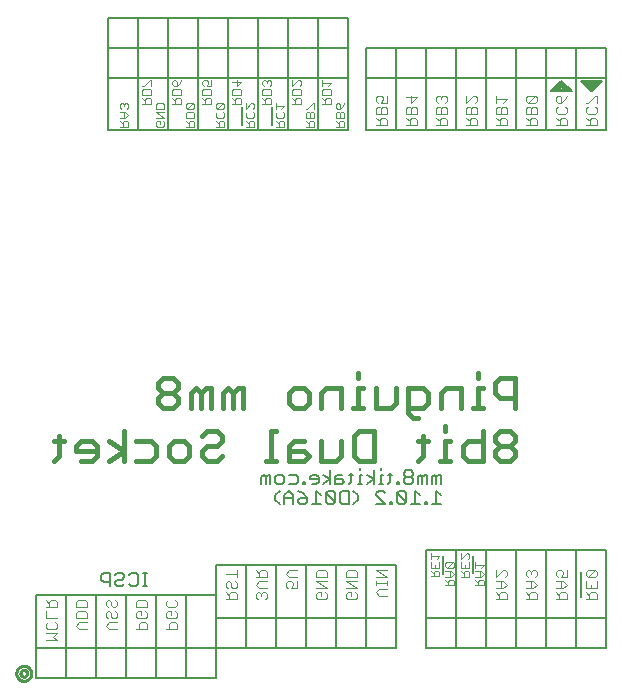
<source format=gbo>
G75*
%MOIN*%
%OFA0B0*%
%FSLAX25Y25*%
%IPPOS*%
%LPD*%
%AMOC8*
5,1,8,0,0,1.08239X$1,22.5*
%
%ADD10C,0.00600*%
%ADD11C,0.01000*%
%ADD12C,0.01400*%
%ADD13C,0.00400*%
%ADD14C,0.00300*%
%ADD15C,0.00500*%
%ADD16C,0.01800*%
D10*
X0091461Y0138333D02*
X0101461Y0138333D01*
X0101461Y0165833D01*
X0111461Y0165833D01*
X0111461Y0138333D01*
X0101461Y0138333D01*
X0111461Y0138333D02*
X0121461Y0138333D01*
X0121461Y0165833D01*
X0131461Y0165833D01*
X0131461Y0138333D01*
X0121461Y0138333D01*
X0131461Y0138333D02*
X0141461Y0138333D01*
X0141461Y0165833D01*
X0151461Y0165833D02*
X0151461Y0158333D01*
X0211461Y0158333D01*
X0211461Y0148333D01*
X0201461Y0148333D01*
X0201461Y0175833D01*
X0191461Y0175833D02*
X0211461Y0175833D01*
X0211461Y0158333D01*
X0221461Y0158333D02*
X0281461Y0158333D01*
X0281461Y0148333D01*
X0271461Y0148333D01*
X0271461Y0180833D01*
X0281461Y0180833D01*
X0281461Y0158333D01*
X0273111Y0165033D02*
X0273111Y0173633D01*
X0271461Y0180833D02*
X0261461Y0180833D01*
X0261461Y0148333D01*
X0271461Y0148333D01*
X0261461Y0148333D02*
X0251461Y0148333D01*
X0251461Y0180833D01*
X0261461Y0180833D01*
X0251461Y0180833D02*
X0241461Y0180833D01*
X0241461Y0148333D01*
X0251461Y0148333D01*
X0241461Y0148333D02*
X0231461Y0148333D01*
X0231461Y0180833D01*
X0241461Y0180833D01*
X0236911Y0178933D02*
X0236911Y0173033D01*
X0231461Y0180833D02*
X0221461Y0180833D01*
X0221461Y0158333D01*
X0221461Y0148333D01*
X0231461Y0148333D01*
X0226861Y0172983D02*
X0226861Y0178883D01*
X0191461Y0175833D02*
X0191461Y0148333D01*
X0181461Y0148333D01*
X0181461Y0175833D01*
X0191461Y0175833D01*
X0181461Y0175833D02*
X0171461Y0175833D01*
X0171461Y0148333D01*
X0161461Y0148333D01*
X0161461Y0175833D01*
X0171461Y0175833D01*
X0161461Y0175833D02*
X0151461Y0175833D01*
X0151461Y0165833D01*
X0131461Y0165833D01*
X0121461Y0165833D02*
X0111461Y0165833D01*
X0101461Y0165833D02*
X0091461Y0165833D01*
X0091461Y0148333D01*
X0151461Y0148333D01*
X0151461Y0138333D01*
X0141461Y0138333D01*
X0151461Y0148333D02*
X0161461Y0148333D01*
X0171461Y0148333D02*
X0181461Y0148333D01*
X0191461Y0148333D02*
X0201461Y0148333D01*
X0151461Y0148333D02*
X0151461Y0158333D01*
X0091461Y0148333D02*
X0091461Y0138333D01*
X0115461Y0320833D02*
X0185461Y0320833D01*
X0185461Y0348333D01*
X0115461Y0348333D01*
X0115461Y0338333D01*
X0195461Y0338333D01*
X0195461Y0348333D01*
X0185461Y0348333D01*
X0185461Y0358333D01*
X0115461Y0358333D01*
X0115461Y0348333D01*
X0115461Y0338333D02*
X0115461Y0320833D01*
X0125461Y0320833D02*
X0125461Y0358333D01*
X0135461Y0358333D02*
X0135461Y0320833D01*
X0145461Y0320833D02*
X0145461Y0358333D01*
X0155461Y0358333D02*
X0155461Y0320833D01*
X0159961Y0322633D02*
X0159961Y0328533D01*
X0165461Y0320833D02*
X0165461Y0358333D01*
X0175461Y0358333D02*
X0175461Y0320833D01*
X0169961Y0322633D02*
X0169961Y0328533D01*
X0185461Y0320833D02*
X0195461Y0320833D01*
X0195461Y0338333D01*
X0201461Y0338333D02*
X0281461Y0338333D01*
X0281461Y0320833D01*
X0261461Y0320833D01*
X0251461Y0320833D01*
X0251461Y0348333D01*
X0261461Y0348333D01*
X0261461Y0320833D01*
X0271461Y0320833D02*
X0271461Y0348333D01*
X0281461Y0348333D01*
X0281461Y0338333D01*
X0279961Y0337333D02*
X0276461Y0333833D01*
X0272961Y0337333D01*
X0279961Y0337333D01*
X0269961Y0333833D02*
X0266461Y0337333D01*
X0262961Y0333833D01*
X0269961Y0333833D01*
X0271461Y0348333D02*
X0261461Y0348333D01*
X0251461Y0348333D02*
X0241461Y0348333D01*
X0241461Y0320833D01*
X0231461Y0320833D01*
X0231461Y0348333D01*
X0241461Y0348333D01*
X0231461Y0348333D02*
X0221461Y0348333D01*
X0221461Y0320833D01*
X0211461Y0320833D01*
X0211461Y0348333D01*
X0221461Y0348333D01*
X0211461Y0348333D02*
X0201461Y0348333D01*
X0201461Y0338333D01*
X0201461Y0320833D01*
X0211461Y0320833D01*
X0221461Y0320833D02*
X0231461Y0320833D01*
X0241461Y0320833D02*
X0251461Y0320833D01*
X0195461Y0348333D02*
X0195461Y0358333D01*
X0185461Y0358333D01*
D11*
X0263961Y0334333D02*
X0266461Y0336833D01*
X0268961Y0334333D01*
X0264961Y0334333D01*
X0273961Y0336833D02*
X0277961Y0336833D01*
X0278961Y0336833D02*
X0276461Y0334333D01*
X0273961Y0336833D01*
X0086143Y0139733D02*
X0086145Y0139799D01*
X0086151Y0139865D01*
X0086161Y0139931D01*
X0086174Y0139996D01*
X0086192Y0140060D01*
X0086213Y0140122D01*
X0086238Y0140184D01*
X0086266Y0140244D01*
X0086298Y0140302D01*
X0086334Y0140358D01*
X0086372Y0140411D01*
X0086414Y0140463D01*
X0086459Y0140512D01*
X0086506Y0140558D01*
X0086557Y0140601D01*
X0086609Y0140641D01*
X0086664Y0140678D01*
X0086721Y0140712D01*
X0086780Y0140742D01*
X0086841Y0140769D01*
X0086903Y0140792D01*
X0086966Y0140811D01*
X0087031Y0140827D01*
X0087096Y0140839D01*
X0087162Y0140847D01*
X0087228Y0140851D01*
X0087294Y0140851D01*
X0087360Y0140847D01*
X0087426Y0140839D01*
X0087491Y0140827D01*
X0087556Y0140811D01*
X0087619Y0140792D01*
X0087681Y0140769D01*
X0087742Y0140742D01*
X0087801Y0140712D01*
X0087858Y0140678D01*
X0087913Y0140641D01*
X0087965Y0140601D01*
X0088016Y0140558D01*
X0088063Y0140512D01*
X0088108Y0140463D01*
X0088150Y0140411D01*
X0088188Y0140358D01*
X0088224Y0140302D01*
X0088256Y0140244D01*
X0088284Y0140184D01*
X0088309Y0140122D01*
X0088330Y0140060D01*
X0088348Y0139996D01*
X0088361Y0139931D01*
X0088371Y0139865D01*
X0088377Y0139799D01*
X0088379Y0139733D01*
X0088377Y0139667D01*
X0088371Y0139601D01*
X0088361Y0139535D01*
X0088348Y0139470D01*
X0088330Y0139406D01*
X0088309Y0139344D01*
X0088284Y0139282D01*
X0088256Y0139222D01*
X0088224Y0139164D01*
X0088188Y0139108D01*
X0088150Y0139055D01*
X0088108Y0139003D01*
X0088063Y0138954D01*
X0088016Y0138908D01*
X0087965Y0138865D01*
X0087913Y0138825D01*
X0087858Y0138788D01*
X0087801Y0138754D01*
X0087742Y0138724D01*
X0087681Y0138697D01*
X0087619Y0138674D01*
X0087556Y0138655D01*
X0087491Y0138639D01*
X0087426Y0138627D01*
X0087360Y0138619D01*
X0087294Y0138615D01*
X0087228Y0138615D01*
X0087162Y0138619D01*
X0087096Y0138627D01*
X0087031Y0138639D01*
X0086966Y0138655D01*
X0086903Y0138674D01*
X0086841Y0138697D01*
X0086780Y0138724D01*
X0086721Y0138754D01*
X0086664Y0138788D01*
X0086609Y0138825D01*
X0086557Y0138865D01*
X0086506Y0138908D01*
X0086459Y0138954D01*
X0086414Y0139003D01*
X0086372Y0139055D01*
X0086334Y0139108D01*
X0086298Y0139164D01*
X0086266Y0139222D01*
X0086238Y0139282D01*
X0086213Y0139344D01*
X0086192Y0139406D01*
X0086174Y0139470D01*
X0086161Y0139535D01*
X0086151Y0139601D01*
X0086145Y0139667D01*
X0086143Y0139733D01*
X0084761Y0139733D02*
X0084763Y0139832D01*
X0084769Y0139932D01*
X0084779Y0140031D01*
X0084793Y0140129D01*
X0084810Y0140227D01*
X0084832Y0140324D01*
X0084857Y0140420D01*
X0084886Y0140515D01*
X0084919Y0140609D01*
X0084956Y0140701D01*
X0084996Y0140792D01*
X0085040Y0140881D01*
X0085088Y0140969D01*
X0085139Y0141054D01*
X0085193Y0141137D01*
X0085250Y0141219D01*
X0085311Y0141297D01*
X0085375Y0141374D01*
X0085441Y0141447D01*
X0085511Y0141518D01*
X0085583Y0141586D01*
X0085658Y0141652D01*
X0085736Y0141714D01*
X0085816Y0141773D01*
X0085898Y0141829D01*
X0085982Y0141881D01*
X0086069Y0141930D01*
X0086157Y0141976D01*
X0086247Y0142018D01*
X0086339Y0142057D01*
X0086432Y0142092D01*
X0086526Y0142123D01*
X0086622Y0142150D01*
X0086719Y0142173D01*
X0086816Y0142193D01*
X0086914Y0142209D01*
X0087013Y0142221D01*
X0087112Y0142229D01*
X0087211Y0142233D01*
X0087311Y0142233D01*
X0087410Y0142229D01*
X0087509Y0142221D01*
X0087608Y0142209D01*
X0087706Y0142193D01*
X0087803Y0142173D01*
X0087900Y0142150D01*
X0087996Y0142123D01*
X0088090Y0142092D01*
X0088183Y0142057D01*
X0088275Y0142018D01*
X0088365Y0141976D01*
X0088453Y0141930D01*
X0088540Y0141881D01*
X0088624Y0141829D01*
X0088706Y0141773D01*
X0088786Y0141714D01*
X0088864Y0141652D01*
X0088939Y0141586D01*
X0089011Y0141518D01*
X0089081Y0141447D01*
X0089147Y0141374D01*
X0089211Y0141297D01*
X0089272Y0141219D01*
X0089329Y0141137D01*
X0089383Y0141054D01*
X0089434Y0140969D01*
X0089482Y0140881D01*
X0089526Y0140792D01*
X0089566Y0140701D01*
X0089603Y0140609D01*
X0089636Y0140515D01*
X0089665Y0140420D01*
X0089690Y0140324D01*
X0089712Y0140227D01*
X0089729Y0140129D01*
X0089743Y0140031D01*
X0089753Y0139932D01*
X0089759Y0139832D01*
X0089761Y0139733D01*
X0089759Y0139634D01*
X0089753Y0139534D01*
X0089743Y0139435D01*
X0089729Y0139337D01*
X0089712Y0139239D01*
X0089690Y0139142D01*
X0089665Y0139046D01*
X0089636Y0138951D01*
X0089603Y0138857D01*
X0089566Y0138765D01*
X0089526Y0138674D01*
X0089482Y0138585D01*
X0089434Y0138497D01*
X0089383Y0138412D01*
X0089329Y0138329D01*
X0089272Y0138247D01*
X0089211Y0138169D01*
X0089147Y0138092D01*
X0089081Y0138019D01*
X0089011Y0137948D01*
X0088939Y0137880D01*
X0088864Y0137814D01*
X0088786Y0137752D01*
X0088706Y0137693D01*
X0088624Y0137637D01*
X0088540Y0137585D01*
X0088453Y0137536D01*
X0088365Y0137490D01*
X0088275Y0137448D01*
X0088183Y0137409D01*
X0088090Y0137374D01*
X0087996Y0137343D01*
X0087900Y0137316D01*
X0087803Y0137293D01*
X0087706Y0137273D01*
X0087608Y0137257D01*
X0087509Y0137245D01*
X0087410Y0137237D01*
X0087311Y0137233D01*
X0087211Y0137233D01*
X0087112Y0137237D01*
X0087013Y0137245D01*
X0086914Y0137257D01*
X0086816Y0137273D01*
X0086719Y0137293D01*
X0086622Y0137316D01*
X0086526Y0137343D01*
X0086432Y0137374D01*
X0086339Y0137409D01*
X0086247Y0137448D01*
X0086157Y0137490D01*
X0086069Y0137536D01*
X0085982Y0137585D01*
X0085898Y0137637D01*
X0085816Y0137693D01*
X0085736Y0137752D01*
X0085658Y0137814D01*
X0085583Y0137880D01*
X0085511Y0137948D01*
X0085441Y0138019D01*
X0085375Y0138092D01*
X0085311Y0138169D01*
X0085250Y0138247D01*
X0085193Y0138329D01*
X0085139Y0138412D01*
X0085088Y0138497D01*
X0085040Y0138585D01*
X0084996Y0138674D01*
X0084956Y0138765D01*
X0084919Y0138857D01*
X0084886Y0138951D01*
X0084857Y0139046D01*
X0084832Y0139142D01*
X0084810Y0139239D01*
X0084793Y0139337D01*
X0084779Y0139435D01*
X0084769Y0139534D01*
X0084763Y0139634D01*
X0084761Y0139733D01*
D12*
X0264961Y0334333D02*
X0266461Y0335833D01*
X0267461Y0334833D01*
X0275461Y0336333D02*
X0276461Y0335333D01*
X0277961Y0336833D01*
D13*
X0277663Y0332302D02*
X0275261Y0329900D01*
X0274661Y0329900D01*
X0275261Y0328619D02*
X0274661Y0328018D01*
X0274661Y0326817D01*
X0275261Y0326216D01*
X0277663Y0326216D01*
X0278264Y0326817D01*
X0278264Y0328018D01*
X0277663Y0328619D01*
X0278264Y0329900D02*
X0278264Y0332302D01*
X0277663Y0332302D01*
X0277663Y0324935D02*
X0276462Y0324935D01*
X0275862Y0324335D01*
X0275862Y0322533D01*
X0275862Y0323734D02*
X0274661Y0324935D01*
X0274661Y0322533D02*
X0278264Y0322533D01*
X0278264Y0324335D01*
X0277663Y0324935D01*
X0268264Y0324335D02*
X0268264Y0322533D01*
X0264661Y0322533D01*
X0265862Y0322533D02*
X0265862Y0324335D01*
X0266462Y0324935D01*
X0267663Y0324935D01*
X0268264Y0324335D01*
X0267663Y0326216D02*
X0265261Y0326216D01*
X0264661Y0326817D01*
X0264661Y0328018D01*
X0265261Y0328619D01*
X0265261Y0329900D02*
X0264661Y0330500D01*
X0264661Y0331701D01*
X0265261Y0332302D01*
X0265862Y0332302D01*
X0266462Y0331701D01*
X0266462Y0329900D01*
X0265261Y0329900D01*
X0266462Y0329900D02*
X0267663Y0331101D01*
X0268264Y0332302D01*
X0267663Y0328619D02*
X0268264Y0328018D01*
X0268264Y0326817D01*
X0267663Y0326216D01*
X0265862Y0323734D02*
X0264661Y0324935D01*
X0258264Y0324335D02*
X0258264Y0322533D01*
X0254661Y0322533D01*
X0255862Y0322533D02*
X0255862Y0324335D01*
X0256462Y0324935D01*
X0257663Y0324935D01*
X0258264Y0324335D01*
X0258264Y0326216D02*
X0258264Y0328018D01*
X0257663Y0328619D01*
X0257063Y0328619D01*
X0256462Y0328018D01*
X0256462Y0326216D01*
X0254661Y0326216D02*
X0258264Y0326216D01*
X0256462Y0328018D02*
X0255862Y0328619D01*
X0255261Y0328619D01*
X0254661Y0328018D01*
X0254661Y0326216D01*
X0254661Y0324935D02*
X0255862Y0323734D01*
X0255261Y0329900D02*
X0257663Y0332302D01*
X0255261Y0332302D01*
X0254661Y0331701D01*
X0254661Y0330500D01*
X0255261Y0329900D01*
X0257663Y0329900D01*
X0258264Y0330500D01*
X0258264Y0331701D01*
X0257663Y0332302D01*
X0248264Y0331101D02*
X0247063Y0329900D01*
X0247063Y0328619D02*
X0246462Y0328018D01*
X0246462Y0326216D01*
X0246462Y0324935D02*
X0245862Y0324335D01*
X0245862Y0322533D01*
X0245862Y0323734D02*
X0244661Y0324935D01*
X0244661Y0326216D02*
X0244661Y0328018D01*
X0245261Y0328619D01*
X0245862Y0328619D01*
X0246462Y0328018D01*
X0247063Y0328619D02*
X0247663Y0328619D01*
X0248264Y0328018D01*
X0248264Y0326216D01*
X0244661Y0326216D01*
X0246462Y0324935D02*
X0247663Y0324935D01*
X0248264Y0324335D01*
X0248264Y0322533D01*
X0244661Y0322533D01*
X0238264Y0322533D02*
X0238264Y0324335D01*
X0237663Y0324935D01*
X0236462Y0324935D01*
X0235862Y0324335D01*
X0235862Y0322533D01*
X0235862Y0323734D02*
X0234661Y0324935D01*
X0234661Y0326216D02*
X0234661Y0328018D01*
X0235261Y0328619D01*
X0235862Y0328619D01*
X0236462Y0328018D01*
X0236462Y0326216D01*
X0234661Y0326216D02*
X0238264Y0326216D01*
X0238264Y0328018D01*
X0237663Y0328619D01*
X0237063Y0328619D01*
X0236462Y0328018D01*
X0237663Y0329900D02*
X0238264Y0330500D01*
X0238264Y0331701D01*
X0237663Y0332302D01*
X0237063Y0332302D01*
X0234661Y0329900D01*
X0234661Y0332302D01*
X0228264Y0331701D02*
X0228264Y0330500D01*
X0227663Y0329900D01*
X0227663Y0328619D02*
X0227063Y0328619D01*
X0226462Y0328018D01*
X0226462Y0326216D01*
X0226462Y0324935D02*
X0225862Y0324335D01*
X0225862Y0322533D01*
X0225862Y0323734D02*
X0224661Y0324935D01*
X0224661Y0326216D02*
X0224661Y0328018D01*
X0225261Y0328619D01*
X0225862Y0328619D01*
X0226462Y0328018D01*
X0227663Y0328619D02*
X0228264Y0328018D01*
X0228264Y0326216D01*
X0224661Y0326216D01*
X0226462Y0324935D02*
X0227663Y0324935D01*
X0228264Y0324335D01*
X0228264Y0322533D01*
X0224661Y0322533D01*
X0218264Y0322533D02*
X0218264Y0324335D01*
X0217663Y0324935D01*
X0216462Y0324935D01*
X0215862Y0324335D01*
X0215862Y0322533D01*
X0215862Y0323734D02*
X0214661Y0324935D01*
X0214661Y0326216D02*
X0214661Y0328018D01*
X0215261Y0328619D01*
X0215862Y0328619D01*
X0216462Y0328018D01*
X0216462Y0326216D01*
X0214661Y0326216D02*
X0218264Y0326216D01*
X0218264Y0328018D01*
X0217663Y0328619D01*
X0217063Y0328619D01*
X0216462Y0328018D01*
X0216462Y0329900D02*
X0216462Y0332302D01*
X0214661Y0331701D02*
X0218264Y0331701D01*
X0216462Y0329900D01*
X0214661Y0322533D02*
X0218264Y0322533D01*
X0208264Y0322533D02*
X0208264Y0324335D01*
X0207663Y0324935D01*
X0206462Y0324935D01*
X0205862Y0324335D01*
X0205862Y0322533D01*
X0205862Y0323734D02*
X0204661Y0324935D01*
X0204661Y0326216D02*
X0204661Y0328018D01*
X0205261Y0328619D01*
X0205862Y0328619D01*
X0206462Y0328018D01*
X0206462Y0326216D01*
X0204661Y0326216D02*
X0208264Y0326216D01*
X0208264Y0328018D01*
X0207663Y0328619D01*
X0207063Y0328619D01*
X0206462Y0328018D01*
X0206462Y0329900D02*
X0207063Y0331101D01*
X0207063Y0331701D01*
X0206462Y0332302D01*
X0205261Y0332302D01*
X0204661Y0331701D01*
X0204661Y0330500D01*
X0205261Y0329900D01*
X0206462Y0329900D02*
X0208264Y0329900D01*
X0208264Y0332302D01*
X0208264Y0322533D02*
X0204661Y0322533D01*
X0224661Y0330500D02*
X0225261Y0329900D01*
X0224661Y0330500D02*
X0224661Y0331701D01*
X0225261Y0332302D01*
X0225862Y0332302D01*
X0226462Y0331701D01*
X0226462Y0331101D01*
X0226462Y0331701D02*
X0227063Y0332302D01*
X0227663Y0332302D01*
X0228264Y0331701D01*
X0234661Y0322533D02*
X0238264Y0322533D01*
X0244661Y0329900D02*
X0244661Y0332302D01*
X0244661Y0331101D02*
X0248264Y0331101D01*
X0247563Y0174152D02*
X0248164Y0173552D01*
X0248164Y0172351D01*
X0247563Y0171750D01*
X0246963Y0170469D02*
X0244561Y0170469D01*
X0244561Y0171750D02*
X0246963Y0174152D01*
X0247563Y0174152D01*
X0244561Y0174152D02*
X0244561Y0171750D01*
X0246362Y0170469D02*
X0246362Y0168067D01*
X0246963Y0168067D02*
X0244561Y0168067D01*
X0244561Y0166786D02*
X0245762Y0165585D01*
X0245762Y0166185D02*
X0245762Y0164384D01*
X0244561Y0164384D02*
X0248164Y0164384D01*
X0248164Y0166185D01*
X0247563Y0166786D01*
X0246362Y0166786D01*
X0245762Y0166185D01*
X0246963Y0168067D02*
X0248164Y0169268D01*
X0246963Y0170469D01*
X0254561Y0170469D02*
X0256963Y0170469D01*
X0258164Y0169268D01*
X0256963Y0168067D01*
X0254561Y0168067D01*
X0254561Y0166786D02*
X0255762Y0165585D01*
X0255762Y0166185D02*
X0255762Y0164384D01*
X0254561Y0164384D02*
X0258164Y0164384D01*
X0258164Y0166185D01*
X0257563Y0166786D01*
X0256362Y0166786D01*
X0255762Y0166185D01*
X0256362Y0168067D02*
X0256362Y0170469D01*
X0255161Y0171750D02*
X0254561Y0172351D01*
X0254561Y0173552D01*
X0255161Y0174152D01*
X0255762Y0174152D01*
X0256362Y0173552D01*
X0256362Y0172951D01*
X0256362Y0173552D02*
X0256963Y0174152D01*
X0257563Y0174152D01*
X0258164Y0173552D01*
X0258164Y0172351D01*
X0257563Y0171750D01*
X0264561Y0172351D02*
X0265161Y0171750D01*
X0264561Y0172351D02*
X0264561Y0173552D01*
X0265161Y0174152D01*
X0266362Y0174152D01*
X0266963Y0173552D01*
X0266963Y0172951D01*
X0266362Y0171750D01*
X0268164Y0171750D01*
X0268164Y0174152D01*
X0266963Y0170469D02*
X0264561Y0170469D01*
X0266362Y0170469D02*
X0266362Y0168067D01*
X0266963Y0168067D02*
X0268164Y0169268D01*
X0266963Y0170469D01*
X0266963Y0168067D02*
X0264561Y0168067D01*
X0264561Y0166786D02*
X0265762Y0165585D01*
X0265762Y0166185D02*
X0265762Y0164384D01*
X0264561Y0164384D02*
X0268164Y0164384D01*
X0268164Y0166185D01*
X0267563Y0166786D01*
X0266362Y0166786D01*
X0265762Y0166185D01*
X0274561Y0166786D02*
X0275762Y0165585D01*
X0275762Y0166185D02*
X0275762Y0164384D01*
X0274561Y0164384D02*
X0278164Y0164384D01*
X0278164Y0166185D01*
X0277563Y0166786D01*
X0276362Y0166786D01*
X0275762Y0166185D01*
X0276362Y0168067D02*
X0276362Y0169268D01*
X0274561Y0168067D02*
X0274561Y0170469D01*
X0275161Y0171750D02*
X0277563Y0174152D01*
X0275161Y0174152D01*
X0274561Y0173552D01*
X0274561Y0172351D01*
X0275161Y0171750D01*
X0277563Y0171750D01*
X0278164Y0172351D01*
X0278164Y0173552D01*
X0277563Y0174152D01*
X0278164Y0170469D02*
X0278164Y0168067D01*
X0274561Y0168067D01*
X0208164Y0168014D02*
X0205762Y0168014D01*
X0204561Y0166813D01*
X0205762Y0165612D01*
X0208164Y0165612D01*
X0208164Y0169295D02*
X0208164Y0170496D01*
X0208164Y0169895D02*
X0204561Y0169895D01*
X0204561Y0169295D02*
X0204561Y0170496D01*
X0204561Y0171750D02*
X0208164Y0171750D01*
X0204561Y0174152D01*
X0208164Y0174152D01*
X0198164Y0173552D02*
X0198164Y0171750D01*
X0194561Y0171750D01*
X0194561Y0173552D01*
X0195161Y0174152D01*
X0197563Y0174152D01*
X0198164Y0173552D01*
X0198164Y0170469D02*
X0194561Y0170469D01*
X0198164Y0168067D01*
X0194561Y0168067D01*
X0195161Y0166786D02*
X0196362Y0166786D01*
X0196362Y0165585D01*
X0195161Y0166786D02*
X0194561Y0166185D01*
X0194561Y0164984D01*
X0195161Y0164384D01*
X0197563Y0164384D01*
X0198164Y0164984D01*
X0198164Y0166185D01*
X0197563Y0166786D01*
X0188164Y0166185D02*
X0188164Y0164984D01*
X0187563Y0164384D01*
X0185161Y0164384D01*
X0184561Y0164984D01*
X0184561Y0166185D01*
X0185161Y0166786D01*
X0186362Y0166786D01*
X0186362Y0165585D01*
X0187563Y0166786D02*
X0188164Y0166185D01*
X0188164Y0168067D02*
X0184561Y0170469D01*
X0188164Y0170469D01*
X0188164Y0171750D02*
X0188164Y0173552D01*
X0187563Y0174152D01*
X0185161Y0174152D01*
X0184561Y0173552D01*
X0184561Y0171750D01*
X0188164Y0171750D01*
X0188164Y0168067D02*
X0184561Y0168067D01*
X0178164Y0168067D02*
X0176362Y0168067D01*
X0176963Y0169268D01*
X0176963Y0169869D01*
X0176362Y0170469D01*
X0175161Y0170469D01*
X0174561Y0169869D01*
X0174561Y0168668D01*
X0175161Y0168067D01*
X0178164Y0168067D02*
X0178164Y0170469D01*
X0178164Y0171750D02*
X0175762Y0171750D01*
X0174561Y0172951D01*
X0175762Y0174152D01*
X0178164Y0174152D01*
X0168164Y0173552D02*
X0168164Y0171750D01*
X0164561Y0171750D01*
X0165762Y0171750D02*
X0165762Y0173552D01*
X0166362Y0174152D01*
X0167563Y0174152D01*
X0168164Y0173552D01*
X0165762Y0172951D02*
X0164561Y0174152D01*
X0165762Y0170469D02*
X0168164Y0170469D01*
X0168164Y0168067D02*
X0165762Y0168067D01*
X0164561Y0169268D01*
X0165762Y0170469D01*
X0165762Y0166786D02*
X0165161Y0166786D01*
X0164561Y0166185D01*
X0164561Y0164984D01*
X0165161Y0164384D01*
X0166362Y0165585D02*
X0166362Y0166185D01*
X0165762Y0166786D01*
X0166362Y0166185D02*
X0166963Y0166786D01*
X0167563Y0166786D01*
X0168164Y0166185D01*
X0168164Y0164984D01*
X0167563Y0164384D01*
X0158164Y0164384D02*
X0158164Y0166185D01*
X0157563Y0166786D01*
X0156362Y0166786D01*
X0155762Y0166185D01*
X0155762Y0164384D01*
X0155762Y0165585D02*
X0154561Y0166786D01*
X0155161Y0168067D02*
X0154561Y0168668D01*
X0154561Y0169869D01*
X0155161Y0170469D01*
X0155762Y0170469D01*
X0156362Y0169869D01*
X0156362Y0168668D01*
X0156963Y0168067D01*
X0157563Y0168067D01*
X0158164Y0168668D01*
X0158164Y0169869D01*
X0157563Y0170469D01*
X0158164Y0171750D02*
X0158164Y0174152D01*
X0158164Y0172951D02*
X0154561Y0172951D01*
X0154561Y0164384D02*
X0158164Y0164384D01*
X0138164Y0163552D02*
X0138164Y0162351D01*
X0137563Y0161750D01*
X0135161Y0161750D01*
X0134561Y0162351D01*
X0134561Y0163552D01*
X0135161Y0164152D01*
X0137563Y0164152D02*
X0138164Y0163552D01*
X0137563Y0160469D02*
X0138164Y0159869D01*
X0138164Y0158668D01*
X0137563Y0158067D01*
X0135161Y0158067D01*
X0134561Y0158668D01*
X0134561Y0159869D01*
X0135161Y0160469D01*
X0136362Y0160469D01*
X0136362Y0159268D01*
X0136362Y0156786D02*
X0135762Y0156185D01*
X0135762Y0154384D01*
X0134561Y0154384D02*
X0138164Y0154384D01*
X0138164Y0156185D01*
X0137563Y0156786D01*
X0136362Y0156786D01*
X0128164Y0156185D02*
X0127563Y0156786D01*
X0126362Y0156786D01*
X0125762Y0156185D01*
X0125762Y0154384D01*
X0124561Y0154384D02*
X0128164Y0154384D01*
X0128164Y0156185D01*
X0127563Y0158067D02*
X0125161Y0158067D01*
X0124561Y0158668D01*
X0124561Y0159869D01*
X0125161Y0160469D01*
X0126362Y0160469D01*
X0126362Y0159268D01*
X0127563Y0158067D02*
X0128164Y0158668D01*
X0128164Y0159869D01*
X0127563Y0160469D01*
X0128164Y0161750D02*
X0124561Y0161750D01*
X0124561Y0163552D01*
X0125161Y0164152D01*
X0127563Y0164152D01*
X0128164Y0163552D01*
X0128164Y0161750D01*
X0118164Y0162351D02*
X0117563Y0161750D01*
X0116963Y0161750D01*
X0116362Y0162351D01*
X0116362Y0163552D01*
X0115762Y0164152D01*
X0115161Y0164152D01*
X0114561Y0163552D01*
X0114561Y0162351D01*
X0115161Y0161750D01*
X0115161Y0160469D02*
X0114561Y0159869D01*
X0114561Y0158668D01*
X0115161Y0158067D01*
X0116362Y0158668D02*
X0116362Y0159869D01*
X0115762Y0160469D01*
X0115161Y0160469D01*
X0116362Y0158668D02*
X0116963Y0158067D01*
X0117563Y0158067D01*
X0118164Y0158668D01*
X0118164Y0159869D01*
X0117563Y0160469D01*
X0118164Y0162351D02*
X0118164Y0163552D01*
X0117563Y0164152D01*
X0118164Y0156786D02*
X0115762Y0156786D01*
X0114561Y0155585D01*
X0115762Y0154384D01*
X0118164Y0154384D01*
X0108164Y0154384D02*
X0105762Y0154384D01*
X0104561Y0155585D01*
X0105762Y0156786D01*
X0108164Y0156786D01*
X0108164Y0158067D02*
X0104561Y0158067D01*
X0104561Y0159869D01*
X0105161Y0160469D01*
X0107563Y0160469D01*
X0108164Y0159869D01*
X0108164Y0158067D01*
X0108164Y0161750D02*
X0104561Y0161750D01*
X0104561Y0163552D01*
X0105161Y0164152D01*
X0107563Y0164152D01*
X0108164Y0163552D01*
X0108164Y0161750D01*
X0098164Y0161750D02*
X0098164Y0163552D01*
X0097563Y0164152D01*
X0096362Y0164152D01*
X0095762Y0163552D01*
X0095762Y0161750D01*
X0095762Y0162951D02*
X0094561Y0164152D01*
X0094561Y0161750D02*
X0098164Y0161750D01*
X0098164Y0158067D02*
X0094561Y0158067D01*
X0094561Y0160469D01*
X0095161Y0156786D02*
X0094561Y0156185D01*
X0094561Y0154984D01*
X0095161Y0154384D01*
X0097563Y0154384D01*
X0098164Y0154984D01*
X0098164Y0156185D01*
X0097563Y0156786D01*
X0098164Y0153103D02*
X0094561Y0153103D01*
X0094561Y0150701D02*
X0098164Y0150701D01*
X0096963Y0151902D01*
X0098164Y0153103D01*
D14*
X0222911Y0172044D02*
X0225813Y0172044D01*
X0225813Y0173495D01*
X0225329Y0173979D01*
X0224362Y0173979D01*
X0223878Y0173495D01*
X0223878Y0172044D01*
X0223878Y0173011D02*
X0222911Y0173979D01*
X0222911Y0174990D02*
X0222911Y0176925D01*
X0222911Y0177937D02*
X0222911Y0179872D01*
X0222911Y0178904D02*
X0225813Y0178904D01*
X0224846Y0177937D01*
X0225813Y0176925D02*
X0225813Y0174990D01*
X0222911Y0174990D01*
X0224362Y0174990D02*
X0224362Y0175958D01*
X0227811Y0176388D02*
X0227811Y0175421D01*
X0228294Y0174937D01*
X0230229Y0176872D01*
X0228294Y0176872D01*
X0227811Y0176388D01*
X0228294Y0174937D02*
X0230229Y0174937D01*
X0230713Y0175421D01*
X0230713Y0176388D01*
X0230229Y0176872D01*
X0232911Y0176825D02*
X0232911Y0174890D01*
X0235813Y0174890D01*
X0235813Y0176825D01*
X0235329Y0177837D02*
X0235813Y0178321D01*
X0235813Y0179288D01*
X0235329Y0179772D01*
X0234846Y0179772D01*
X0232911Y0177837D01*
X0232911Y0179772D01*
X0234362Y0175858D02*
X0234362Y0174890D01*
X0234362Y0173879D02*
X0233878Y0173395D01*
X0233878Y0171944D01*
X0233878Y0172911D02*
X0232911Y0173879D01*
X0234362Y0173879D02*
X0235329Y0173879D01*
X0235813Y0173395D01*
X0235813Y0171944D01*
X0232911Y0171944D01*
X0230713Y0172958D02*
X0229746Y0171990D01*
X0227811Y0171990D01*
X0227811Y0170979D02*
X0228778Y0170011D01*
X0228778Y0170495D02*
X0228778Y0169044D01*
X0227811Y0169044D02*
X0230713Y0169044D01*
X0230713Y0170495D01*
X0230229Y0170979D01*
X0229262Y0170979D01*
X0228778Y0170495D01*
X0229262Y0171990D02*
X0229262Y0173925D01*
X0229746Y0173925D02*
X0227811Y0173925D01*
X0229746Y0173925D02*
X0230713Y0172958D01*
X0237811Y0173925D02*
X0239746Y0173925D01*
X0240713Y0172958D01*
X0239746Y0171990D01*
X0237811Y0171990D01*
X0237811Y0170979D02*
X0238778Y0170011D01*
X0238778Y0170495D02*
X0238778Y0169044D01*
X0237811Y0169044D02*
X0240713Y0169044D01*
X0240713Y0170495D01*
X0240229Y0170979D01*
X0239262Y0170979D01*
X0238778Y0170495D01*
X0239262Y0171990D02*
X0239262Y0173925D01*
X0239746Y0174937D02*
X0240713Y0175904D01*
X0237811Y0175904D01*
X0237811Y0174937D02*
X0237811Y0176872D01*
X0194113Y0321983D02*
X0191211Y0321983D01*
X0192178Y0321983D02*
X0192178Y0323435D01*
X0192662Y0323918D01*
X0193629Y0323918D01*
X0194113Y0323435D01*
X0194113Y0321983D01*
X0192178Y0322951D02*
X0191211Y0323918D01*
X0191211Y0324930D02*
X0191211Y0326381D01*
X0191694Y0326865D01*
X0192178Y0326865D01*
X0192662Y0326381D01*
X0192662Y0324930D01*
X0192662Y0326381D02*
X0193146Y0326865D01*
X0193629Y0326865D01*
X0194113Y0326381D01*
X0194113Y0324930D01*
X0191211Y0324930D01*
X0191694Y0327876D02*
X0191211Y0328360D01*
X0191211Y0329328D01*
X0191694Y0329811D01*
X0192178Y0329811D01*
X0192662Y0329328D01*
X0192662Y0327876D01*
X0191694Y0327876D01*
X0192662Y0327876D02*
X0193629Y0328844D01*
X0194113Y0329811D01*
X0189713Y0329644D02*
X0189713Y0331095D01*
X0189229Y0331579D01*
X0188262Y0331579D01*
X0187778Y0331095D01*
X0187778Y0329644D01*
X0187778Y0330611D02*
X0186811Y0331579D01*
X0186811Y0332590D02*
X0186811Y0334042D01*
X0187294Y0334525D01*
X0189229Y0334525D01*
X0189713Y0334042D01*
X0189713Y0332590D01*
X0186811Y0332590D01*
X0186811Y0329644D02*
X0189713Y0329644D01*
X0184113Y0329811D02*
X0183629Y0329811D01*
X0181694Y0327876D01*
X0181211Y0327876D01*
X0181694Y0326865D02*
X0181211Y0326381D01*
X0181211Y0324930D01*
X0184113Y0324930D01*
X0184113Y0326381D01*
X0183629Y0326865D01*
X0183146Y0326865D01*
X0182662Y0326381D01*
X0182662Y0324930D01*
X0182662Y0323918D02*
X0182178Y0323435D01*
X0182178Y0321983D01*
X0181211Y0321983D02*
X0184113Y0321983D01*
X0184113Y0323435D01*
X0183629Y0323918D01*
X0182662Y0323918D01*
X0182178Y0322951D02*
X0181211Y0323918D01*
X0182662Y0326381D02*
X0182178Y0326865D01*
X0181694Y0326865D01*
X0184113Y0327876D02*
X0184113Y0329811D01*
X0179713Y0329644D02*
X0179713Y0331095D01*
X0179229Y0331579D01*
X0178262Y0331579D01*
X0177778Y0331095D01*
X0177778Y0329644D01*
X0177778Y0330611D02*
X0176811Y0331579D01*
X0176811Y0332590D02*
X0176811Y0334042D01*
X0177294Y0334525D01*
X0179229Y0334525D01*
X0179713Y0334042D01*
X0179713Y0332590D01*
X0176811Y0332590D01*
X0176811Y0329644D02*
X0179713Y0329644D01*
X0174113Y0328844D02*
X0171211Y0328844D01*
X0171211Y0329811D02*
X0171211Y0327876D01*
X0171694Y0326865D02*
X0171211Y0326381D01*
X0171211Y0325414D01*
X0171694Y0324930D01*
X0173629Y0324930D01*
X0174113Y0325414D01*
X0174113Y0326381D01*
X0173629Y0326865D01*
X0173146Y0327876D02*
X0174113Y0328844D01*
X0169713Y0329644D02*
X0169713Y0331095D01*
X0169229Y0331579D01*
X0168262Y0331579D01*
X0167778Y0331095D01*
X0167778Y0329644D01*
X0167778Y0330611D02*
X0166811Y0331579D01*
X0166811Y0332590D02*
X0166811Y0334042D01*
X0167294Y0334525D01*
X0169229Y0334525D01*
X0169713Y0334042D01*
X0169713Y0332590D01*
X0166811Y0332590D01*
X0166811Y0329644D02*
X0169713Y0329644D01*
X0164113Y0329328D02*
X0164113Y0328360D01*
X0163629Y0327876D01*
X0163629Y0326865D02*
X0164113Y0326381D01*
X0164113Y0325414D01*
X0163629Y0324930D01*
X0161694Y0324930D01*
X0161211Y0325414D01*
X0161211Y0326381D01*
X0161694Y0326865D01*
X0161211Y0327876D02*
X0163146Y0329811D01*
X0163629Y0329811D01*
X0164113Y0329328D01*
X0161211Y0329811D02*
X0161211Y0327876D01*
X0159713Y0329644D02*
X0159713Y0331095D01*
X0159229Y0331579D01*
X0158262Y0331579D01*
X0157778Y0331095D01*
X0157778Y0329644D01*
X0157778Y0330611D02*
X0156811Y0331579D01*
X0156811Y0332590D02*
X0156811Y0334042D01*
X0157294Y0334525D01*
X0159229Y0334525D01*
X0159713Y0334042D01*
X0159713Y0332590D01*
X0156811Y0332590D01*
X0156811Y0329644D02*
X0159713Y0329644D01*
X0154113Y0329328D02*
X0153629Y0329811D01*
X0151694Y0327876D01*
X0151211Y0328360D01*
X0151211Y0329328D01*
X0151694Y0329811D01*
X0153629Y0329811D01*
X0154113Y0329328D02*
X0154113Y0328360D01*
X0153629Y0327876D01*
X0151694Y0327876D01*
X0151694Y0326865D02*
X0151211Y0326381D01*
X0151211Y0325414D01*
X0151694Y0324930D01*
X0153629Y0324930D01*
X0154113Y0325414D01*
X0154113Y0326381D01*
X0153629Y0326865D01*
X0153629Y0323918D02*
X0152662Y0323918D01*
X0152178Y0323435D01*
X0152178Y0321983D01*
X0151211Y0321983D02*
X0154113Y0321983D01*
X0154113Y0323435D01*
X0153629Y0323918D01*
X0152178Y0322951D02*
X0151211Y0323918D01*
X0149713Y0329644D02*
X0146811Y0329644D01*
X0147778Y0329644D02*
X0147778Y0331095D01*
X0148262Y0331579D01*
X0149229Y0331579D01*
X0149713Y0331095D01*
X0149713Y0329644D01*
X0147778Y0330611D02*
X0146811Y0331579D01*
X0146811Y0332590D02*
X0146811Y0334042D01*
X0147294Y0334525D01*
X0149229Y0334525D01*
X0149713Y0334042D01*
X0149713Y0332590D01*
X0146811Y0332590D01*
X0147294Y0335537D02*
X0146811Y0336021D01*
X0146811Y0336988D01*
X0147294Y0337472D01*
X0148262Y0337472D01*
X0148746Y0336988D01*
X0148746Y0336504D01*
X0148262Y0335537D01*
X0149713Y0335537D01*
X0149713Y0337472D01*
X0156811Y0336988D02*
X0159713Y0336988D01*
X0158262Y0335537D01*
X0158262Y0337472D01*
X0166811Y0336988D02*
X0166811Y0336021D01*
X0167294Y0335537D01*
X0168262Y0336504D02*
X0168262Y0336988D01*
X0167778Y0337472D01*
X0167294Y0337472D01*
X0166811Y0336988D01*
X0168262Y0336988D02*
X0168746Y0337472D01*
X0169229Y0337472D01*
X0169713Y0336988D01*
X0169713Y0336021D01*
X0169229Y0335537D01*
X0176811Y0335537D02*
X0178746Y0337472D01*
X0179229Y0337472D01*
X0179713Y0336988D01*
X0179713Y0336021D01*
X0179229Y0335537D01*
X0176811Y0335537D02*
X0176811Y0337472D01*
X0186811Y0337472D02*
X0186811Y0335537D01*
X0186811Y0336504D02*
X0189713Y0336504D01*
X0188746Y0335537D01*
X0174113Y0323435D02*
X0174113Y0321983D01*
X0171211Y0321983D01*
X0172178Y0321983D02*
X0172178Y0323435D01*
X0172662Y0323918D01*
X0173629Y0323918D01*
X0174113Y0323435D01*
X0172178Y0322951D02*
X0171211Y0323918D01*
X0164113Y0323435D02*
X0164113Y0321983D01*
X0161211Y0321983D01*
X0162178Y0321983D02*
X0162178Y0323435D01*
X0162662Y0323918D01*
X0163629Y0323918D01*
X0164113Y0323435D01*
X0162178Y0322951D02*
X0161211Y0323918D01*
X0144113Y0323435D02*
X0144113Y0321983D01*
X0141211Y0321983D01*
X0142178Y0321983D02*
X0142178Y0323435D01*
X0142662Y0323918D01*
X0143629Y0323918D01*
X0144113Y0323435D01*
X0144113Y0324930D02*
X0144113Y0326381D01*
X0143629Y0326865D01*
X0141694Y0326865D01*
X0141211Y0326381D01*
X0141211Y0324930D01*
X0144113Y0324930D01*
X0142178Y0322951D02*
X0141211Y0323918D01*
X0141694Y0327876D02*
X0143629Y0329811D01*
X0141694Y0329811D01*
X0141211Y0329328D01*
X0141211Y0328360D01*
X0141694Y0327876D01*
X0143629Y0327876D01*
X0144113Y0328360D01*
X0144113Y0329328D01*
X0143629Y0329811D01*
X0139713Y0329644D02*
X0139713Y0331095D01*
X0139229Y0331579D01*
X0138262Y0331579D01*
X0137778Y0331095D01*
X0137778Y0329644D01*
X0137778Y0330611D02*
X0136811Y0331579D01*
X0136811Y0332590D02*
X0136811Y0334042D01*
X0137294Y0334525D01*
X0139229Y0334525D01*
X0139713Y0334042D01*
X0139713Y0332590D01*
X0136811Y0332590D01*
X0136811Y0329644D02*
X0139713Y0329644D01*
X0134113Y0329328D02*
X0134113Y0327876D01*
X0131211Y0327876D01*
X0131211Y0329328D01*
X0131694Y0329811D01*
X0133629Y0329811D01*
X0134113Y0329328D01*
X0134113Y0326865D02*
X0131211Y0326865D01*
X0134113Y0324930D01*
X0131211Y0324930D01*
X0131694Y0323918D02*
X0132662Y0323918D01*
X0132662Y0322951D01*
X0133629Y0323918D02*
X0134113Y0323435D01*
X0134113Y0322467D01*
X0133629Y0321983D01*
X0131694Y0321983D01*
X0131211Y0322467D01*
X0131211Y0323435D01*
X0131694Y0323918D01*
X0129713Y0329644D02*
X0129713Y0331095D01*
X0129229Y0331579D01*
X0128262Y0331579D01*
X0127778Y0331095D01*
X0127778Y0329644D01*
X0127778Y0330611D02*
X0126811Y0331579D01*
X0126811Y0332590D02*
X0126811Y0334042D01*
X0127294Y0334525D01*
X0129229Y0334525D01*
X0129713Y0334042D01*
X0129713Y0332590D01*
X0126811Y0332590D01*
X0126811Y0329644D02*
X0129713Y0329644D01*
X0122113Y0329328D02*
X0121629Y0329811D01*
X0121146Y0329811D01*
X0120662Y0329328D01*
X0120178Y0329811D01*
X0119694Y0329811D01*
X0119211Y0329328D01*
X0119211Y0328360D01*
X0119694Y0327876D01*
X0119211Y0326865D02*
X0121146Y0326865D01*
X0122113Y0325897D01*
X0121146Y0324930D01*
X0119211Y0324930D01*
X0119211Y0323918D02*
X0120178Y0322951D01*
X0120178Y0323435D02*
X0120178Y0321983D01*
X0119211Y0321983D02*
X0122113Y0321983D01*
X0122113Y0323435D01*
X0121629Y0323918D01*
X0120662Y0323918D01*
X0120178Y0323435D01*
X0120662Y0324930D02*
X0120662Y0326865D01*
X0121629Y0327876D02*
X0122113Y0328360D01*
X0122113Y0329328D01*
X0120662Y0329328D02*
X0120662Y0328844D01*
X0126811Y0335537D02*
X0127294Y0335537D01*
X0129229Y0337472D01*
X0129713Y0337472D01*
X0129713Y0335537D01*
X0136811Y0336021D02*
X0136811Y0336988D01*
X0137294Y0337472D01*
X0137778Y0337472D01*
X0138262Y0336988D01*
X0138262Y0335537D01*
X0137294Y0335537D01*
X0136811Y0336021D01*
X0138262Y0335537D02*
X0139229Y0336504D01*
X0139713Y0337472D01*
D15*
X0167177Y0205886D02*
X0166426Y0205135D01*
X0166426Y0202883D01*
X0167928Y0202883D02*
X0167928Y0205135D01*
X0167177Y0205886D01*
X0167928Y0205135D02*
X0168678Y0205886D01*
X0169429Y0205886D01*
X0169429Y0202883D01*
X0171030Y0203634D02*
X0171030Y0205135D01*
X0171781Y0205886D01*
X0173282Y0205886D01*
X0174033Y0205135D01*
X0174033Y0203634D01*
X0173282Y0202883D01*
X0171781Y0202883D01*
X0171030Y0203634D01*
X0172498Y0200587D02*
X0170997Y0199086D01*
X0170997Y0197585D01*
X0172498Y0196083D01*
X0174100Y0196083D02*
X0174100Y0199086D01*
X0175601Y0200587D01*
X0177102Y0199086D01*
X0177102Y0196083D01*
X0178703Y0196834D02*
X0178703Y0197585D01*
X0179454Y0198335D01*
X0181706Y0198335D01*
X0181706Y0196834D01*
X0180955Y0196083D01*
X0179454Y0196083D01*
X0178703Y0196834D01*
X0177102Y0198335D02*
X0174100Y0198335D01*
X0175634Y0202883D02*
X0177886Y0202883D01*
X0178637Y0203634D01*
X0178637Y0205135D01*
X0177886Y0205886D01*
X0175634Y0205886D01*
X0180188Y0203634D02*
X0180188Y0202883D01*
X0180939Y0202883D01*
X0180939Y0203634D01*
X0180188Y0203634D01*
X0182540Y0204385D02*
X0185543Y0204385D01*
X0185543Y0205135D02*
X0184792Y0205886D01*
X0183291Y0205886D01*
X0182540Y0205135D01*
X0182540Y0204385D01*
X0183291Y0202883D02*
X0184792Y0202883D01*
X0185543Y0203634D01*
X0185543Y0205135D01*
X0187127Y0205886D02*
X0189379Y0204385D01*
X0187127Y0202883D01*
X0189379Y0202883D02*
X0189379Y0207387D01*
X0190981Y0205135D02*
X0191731Y0205886D01*
X0193233Y0205886D01*
X0193233Y0204385D02*
X0190981Y0204385D01*
X0190981Y0205135D02*
X0190981Y0202883D01*
X0193233Y0202883D01*
X0193983Y0203634D01*
X0193233Y0204385D01*
X0195551Y0205886D02*
X0197052Y0205886D01*
X0196302Y0206637D02*
X0196302Y0203634D01*
X0195551Y0202883D01*
X0195518Y0200587D02*
X0193266Y0200587D01*
X0192515Y0199837D01*
X0192515Y0196834D01*
X0193266Y0196083D01*
X0195518Y0196083D01*
X0195518Y0200587D01*
X0197086Y0200587D02*
X0198587Y0199086D01*
X0198587Y0197585D01*
X0197086Y0196083D01*
X0190914Y0196834D02*
X0190914Y0199837D01*
X0190163Y0200587D01*
X0188662Y0200587D01*
X0187911Y0199837D01*
X0190914Y0196834D01*
X0190163Y0196083D01*
X0188662Y0196083D01*
X0187911Y0196834D01*
X0187911Y0199837D01*
X0186310Y0199086D02*
X0184809Y0200587D01*
X0184809Y0196083D01*
X0186310Y0196083D02*
X0183307Y0196083D01*
X0181706Y0198335D02*
X0180205Y0199837D01*
X0178703Y0200587D01*
X0198620Y0202883D02*
X0200122Y0202883D01*
X0199371Y0202883D02*
X0199371Y0205886D01*
X0200122Y0205886D01*
X0201706Y0205886D02*
X0203958Y0204385D01*
X0201706Y0202883D01*
X0203958Y0202883D02*
X0203958Y0207387D01*
X0206277Y0207387D02*
X0206277Y0208138D01*
X0206277Y0205886D02*
X0206277Y0202883D01*
X0207028Y0202883D02*
X0205526Y0202883D01*
X0205543Y0200587D02*
X0207044Y0200587D01*
X0207795Y0199837D01*
X0205543Y0200587D02*
X0204792Y0199837D01*
X0204792Y0199086D01*
X0207795Y0196083D01*
X0204792Y0196083D01*
X0209346Y0196083D02*
X0210097Y0196083D01*
X0210097Y0196834D01*
X0209346Y0196834D01*
X0209346Y0196083D01*
X0211698Y0196834D02*
X0211698Y0199837D01*
X0214701Y0196834D01*
X0213950Y0196083D01*
X0212449Y0196083D01*
X0211698Y0196834D01*
X0211698Y0199837D02*
X0212449Y0200587D01*
X0213950Y0200587D01*
X0214701Y0199837D01*
X0214701Y0196834D01*
X0216302Y0196083D02*
X0219305Y0196083D01*
X0217803Y0196083D02*
X0217803Y0200587D01*
X0219305Y0199086D01*
X0220856Y0196834D02*
X0220856Y0196083D01*
X0221607Y0196083D01*
X0221607Y0196834D01*
X0220856Y0196834D01*
X0223208Y0196083D02*
X0226211Y0196083D01*
X0224709Y0196083D02*
X0224709Y0200587D01*
X0226211Y0199086D01*
X0226211Y0202883D02*
X0226211Y0205886D01*
X0225460Y0205886D01*
X0224709Y0205135D01*
X0223959Y0205886D01*
X0223208Y0205135D01*
X0223208Y0202883D01*
X0224709Y0202883D02*
X0224709Y0205135D01*
X0221607Y0205886D02*
X0220856Y0205886D01*
X0220105Y0205135D01*
X0219355Y0205886D01*
X0218604Y0205135D01*
X0218604Y0202883D01*
X0220105Y0202883D02*
X0220105Y0205135D01*
X0221607Y0205886D02*
X0221607Y0202883D01*
X0217003Y0203634D02*
X0217003Y0204385D01*
X0216252Y0205135D01*
X0214751Y0205135D01*
X0214000Y0204385D01*
X0214000Y0203634D01*
X0214751Y0202883D01*
X0216252Y0202883D01*
X0217003Y0203634D01*
X0216252Y0205135D02*
X0217003Y0205886D01*
X0217003Y0206637D01*
X0216252Y0207387D01*
X0214751Y0207387D01*
X0214000Y0206637D01*
X0214000Y0205886D01*
X0214751Y0205135D01*
X0212399Y0203634D02*
X0211648Y0203634D01*
X0211648Y0202883D01*
X0212399Y0202883D01*
X0212399Y0203634D01*
X0209346Y0203634D02*
X0209346Y0206637D01*
X0208596Y0205886D02*
X0210097Y0205886D01*
X0209346Y0203634D02*
X0208596Y0202883D01*
X0207028Y0205886D02*
X0206277Y0205886D01*
X0199371Y0207387D02*
X0199371Y0208138D01*
X0128411Y0173187D02*
X0126909Y0173187D01*
X0127660Y0173187D02*
X0127660Y0168683D01*
X0128411Y0168683D02*
X0126909Y0168683D01*
X0125341Y0169434D02*
X0124591Y0168683D01*
X0123089Y0168683D01*
X0122339Y0169434D01*
X0120737Y0169434D02*
X0119987Y0168683D01*
X0118486Y0168683D01*
X0117735Y0169434D01*
X0117735Y0170185D01*
X0118486Y0170935D01*
X0119987Y0170935D01*
X0120737Y0171686D01*
X0120737Y0172437D01*
X0119987Y0173187D01*
X0118486Y0173187D01*
X0117735Y0172437D01*
X0116134Y0173187D02*
X0116134Y0168683D01*
X0116134Y0170185D02*
X0113882Y0170185D01*
X0113131Y0170935D01*
X0113131Y0172437D01*
X0113882Y0173187D01*
X0116134Y0173187D01*
X0122339Y0172437D02*
X0123089Y0173187D01*
X0124591Y0173187D01*
X0125341Y0172437D01*
X0125341Y0169434D01*
D16*
X0124751Y0210533D02*
X0129761Y0210533D01*
X0131431Y0212203D01*
X0131431Y0215543D01*
X0129761Y0217213D01*
X0124751Y0217213D01*
X0120555Y0213873D02*
X0115546Y0217213D01*
X0111493Y0215543D02*
X0109823Y0217213D01*
X0106483Y0217213D01*
X0104813Y0215543D01*
X0104813Y0213873D01*
X0111493Y0213873D01*
X0111493Y0212203D02*
X0111493Y0215543D01*
X0111493Y0212203D02*
X0109823Y0210533D01*
X0106483Y0210533D01*
X0098947Y0212203D02*
X0097277Y0210533D01*
X0098947Y0212203D02*
X0098947Y0218883D01*
X0100617Y0217213D02*
X0097277Y0217213D01*
X0115546Y0210533D02*
X0120555Y0213873D01*
X0120555Y0210533D02*
X0120555Y0220553D01*
X0132001Y0229920D02*
X0132001Y0231590D01*
X0133671Y0233260D01*
X0137011Y0233260D01*
X0138681Y0234930D01*
X0138681Y0236600D01*
X0137011Y0238269D01*
X0133671Y0238269D01*
X0132001Y0236600D01*
X0132001Y0234930D01*
X0133671Y0233260D01*
X0137011Y0233260D02*
X0138681Y0231590D01*
X0138681Y0229920D01*
X0137011Y0228250D01*
X0133671Y0228250D01*
X0132001Y0229920D01*
X0142877Y0228250D02*
X0142877Y0233260D01*
X0144547Y0234930D01*
X0146217Y0233260D01*
X0146217Y0228250D01*
X0149557Y0228250D02*
X0149557Y0234930D01*
X0147887Y0234930D01*
X0146217Y0233260D01*
X0153752Y0233260D02*
X0153752Y0228250D01*
X0157092Y0228250D02*
X0157092Y0233260D01*
X0155422Y0234930D01*
X0153752Y0233260D01*
X0157092Y0233260D02*
X0158762Y0234930D01*
X0160432Y0234930D01*
X0160432Y0228250D01*
X0151512Y0220553D02*
X0153182Y0218883D01*
X0153182Y0217213D01*
X0151512Y0215543D01*
X0148172Y0215543D01*
X0146502Y0213873D01*
X0146502Y0212203D01*
X0148172Y0210533D01*
X0151512Y0210533D01*
X0153182Y0212203D01*
X0146502Y0218883D02*
X0148172Y0220553D01*
X0151512Y0220553D01*
X0142306Y0215543D02*
X0142306Y0212203D01*
X0140636Y0210533D01*
X0137297Y0210533D01*
X0135627Y0212203D01*
X0135627Y0215543D01*
X0137297Y0217213D01*
X0140636Y0217213D01*
X0142306Y0215543D01*
X0167968Y0210533D02*
X0171307Y0210533D01*
X0169638Y0210533D02*
X0169638Y0220553D01*
X0171307Y0220553D01*
X0175503Y0215543D02*
X0177173Y0217213D01*
X0180513Y0217213D01*
X0180513Y0213873D02*
X0175503Y0213873D01*
X0175503Y0215543D02*
X0175503Y0210533D01*
X0180513Y0210533D01*
X0182183Y0212203D01*
X0180513Y0213873D01*
X0186379Y0210533D02*
X0186379Y0217213D01*
X0193058Y0217213D02*
X0193058Y0212203D01*
X0191388Y0210533D01*
X0186379Y0210533D01*
X0197254Y0212203D02*
X0197254Y0218883D01*
X0198924Y0220553D01*
X0203934Y0220553D01*
X0203934Y0210533D01*
X0198924Y0210533D01*
X0197254Y0212203D01*
X0218720Y0210533D02*
X0220390Y0212203D01*
X0220390Y0218883D01*
X0222059Y0217213D02*
X0218720Y0217213D01*
X0218720Y0224910D02*
X0217050Y0224910D01*
X0215380Y0226580D01*
X0215380Y0234930D01*
X0220390Y0234930D01*
X0222059Y0233260D01*
X0222059Y0229920D01*
X0220390Y0228250D01*
X0215380Y0228250D01*
X0211184Y0229920D02*
X0211184Y0234930D01*
X0211184Y0229920D02*
X0209514Y0228250D01*
X0204504Y0228250D01*
X0204504Y0234930D01*
X0200309Y0234930D02*
X0198639Y0234930D01*
X0198639Y0228250D01*
X0200309Y0228250D02*
X0196969Y0228250D01*
X0193058Y0228250D02*
X0193058Y0234930D01*
X0188049Y0234930D01*
X0186379Y0233260D01*
X0186379Y0228250D01*
X0182183Y0229920D02*
X0182183Y0233260D01*
X0180513Y0234930D01*
X0177173Y0234930D01*
X0175503Y0233260D01*
X0175503Y0229920D01*
X0177173Y0228250D01*
X0180513Y0228250D01*
X0182183Y0229920D01*
X0198639Y0238269D02*
X0198639Y0239939D01*
X0226255Y0233260D02*
X0226255Y0228250D01*
X0226255Y0233260D02*
X0227925Y0234930D01*
X0232935Y0234930D01*
X0232935Y0228250D01*
X0236845Y0228250D02*
X0240185Y0228250D01*
X0238515Y0228250D02*
X0238515Y0234930D01*
X0240185Y0234930D01*
X0238515Y0238269D02*
X0238515Y0239939D01*
X0244381Y0236600D02*
X0244381Y0233260D01*
X0246051Y0231590D01*
X0251061Y0231590D01*
X0251061Y0228250D02*
X0251061Y0238269D01*
X0246051Y0238269D01*
X0244381Y0236600D01*
X0246051Y0220553D02*
X0244381Y0218883D01*
X0244381Y0217213D01*
X0246051Y0215543D01*
X0249391Y0215543D01*
X0251061Y0217213D01*
X0251061Y0218883D01*
X0249391Y0220553D01*
X0246051Y0220553D01*
X0240185Y0220553D02*
X0240185Y0210533D01*
X0235175Y0210533D01*
X0233505Y0212203D01*
X0233505Y0215543D01*
X0235175Y0217213D01*
X0240185Y0217213D01*
X0244381Y0213873D02*
X0244381Y0212203D01*
X0246051Y0210533D01*
X0249391Y0210533D01*
X0251061Y0212203D01*
X0251061Y0213873D01*
X0249391Y0215543D01*
X0246051Y0215543D02*
X0244381Y0213873D01*
X0229310Y0210533D02*
X0225970Y0210533D01*
X0227640Y0210533D02*
X0227640Y0217213D01*
X0229310Y0217213D01*
X0227640Y0220553D02*
X0227640Y0222223D01*
M02*

</source>
